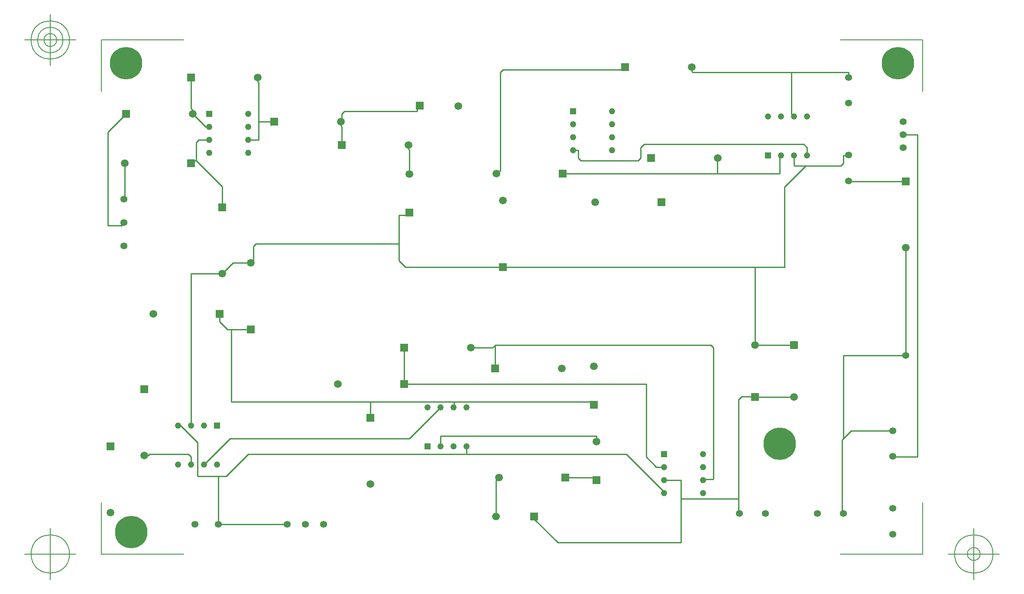
<source format=gbr>
G04 Generated by Ultiboard 11.0 *
%FSLAX25Y25*%
%MOIN*%

%ADD10C,0.01000*%
%ADD11C,0.00500*%
%ADD12C,0.25000*%
%ADD13R,0.05906X0.05906*%
%ADD14C,0.05906*%
%ADD15C,0.05337*%
%ADD16R,0.04900X0.04900*%
%ADD17C,0.04900*%


G04 ColorRGB 00FF00 for the following layer *
%LNCopper Top*%
%LPD*%
%FSLAX25Y25*%
%MOIN*%
G54D10*
X354000Y292000D02*
X521000Y292000D01*
X530000Y370000D02*
X454000Y370000D01*
X233000Y220000D02*
X524507Y220000D01*
X502000Y160000D02*
X532000Y160000D01*
X499200Y120000D02*
X532000Y120000D01*
X539550Y314450D02*
X416450Y314450D01*
X112000Y76000D02*
X403000Y76000D01*
X98850Y116150D02*
X269807Y116150D01*
X260000Y112000D02*
X236000Y88000D01*
X418007Y130000D02*
X232000Y130000D01*
X4000Y324000D02*
X4000Y252000D01*
X4000Y252000D02*
X15000Y252000D01*
X14000Y252000D02*
X16000Y254000D01*
X227950Y236750D02*
X227950Y259707D01*
X88937Y22000D02*
X143000Y22000D01*
X118000Y238000D02*
X228000Y238000D01*
X98000Y88000D02*
X236000Y88000D01*
X98850Y116150D02*
X98850Y171850D01*
X68000Y98000D02*
X68000Y215000D01*
X73000Y85000D02*
X60000Y98000D01*
X66000Y76000D02*
X36000Y76000D01*
X34819Y74819D02*
X32000Y74819D01*
X36000Y76000D02*
X34819Y74819D01*
X60000Y98000D02*
X58000Y98000D01*
X73000Y59000D02*
X73000Y85000D01*
X112000Y76000D02*
X95000Y59000D01*
X95000Y59000D02*
X73000Y59000D01*
X88937Y22000D02*
X88937Y58937D01*
X98000Y88000D02*
X78000Y68000D01*
X68000Y68000D02*
X68000Y74000D01*
X68000Y74000D02*
X66000Y76000D01*
X96000Y172000D02*
X90050Y177950D01*
X90000Y182000D02*
X90000Y184000D01*
X90050Y177950D02*
X90050Y182000D01*
X98850Y172000D02*
X114000Y172000D01*
X98850Y172000D02*
X98000Y172000D01*
X98000Y172000D02*
X96000Y172000D01*
X100362Y223181D02*
X92000Y214819D01*
X68000Y215000D02*
X91819Y215000D01*
X91819Y215000D02*
X92000Y214819D01*
X100362Y223181D02*
X114000Y223181D01*
X116000Y225181D02*
X116000Y236000D01*
X116000Y236000D02*
X118000Y238000D01*
X114000Y223181D02*
X116000Y225181D01*
X206000Y116150D02*
X206000Y104000D01*
X232000Y158000D02*
X232000Y130000D01*
X228000Y225000D02*
X233000Y220000D01*
X228000Y225000D02*
X228000Y238000D01*
X120000Y332000D02*
X132000Y332000D01*
X16819Y300000D02*
X16819Y271819D01*
X16819Y271819D02*
X16181Y271819D01*
X18000Y338000D02*
X4000Y324000D01*
X74000Y318000D02*
X72000Y316000D01*
X72000Y316000D02*
X72000Y302000D01*
X92000Y267000D02*
X93000Y266000D01*
X72000Y302000D02*
X92000Y282000D01*
X92000Y282000D02*
X92000Y267000D01*
X68000Y302000D02*
X68000Y300000D01*
X72000Y302000D02*
X68000Y302000D01*
X68000Y366000D02*
X68000Y342000D01*
X82000Y318000D02*
X74000Y318000D01*
X69181Y338000D02*
X79181Y328000D01*
X79181Y328000D02*
X82000Y328000D01*
X68000Y342000D02*
X69181Y340819D01*
X69181Y340819D02*
X69181Y338000D01*
X120000Y318000D02*
X120000Y362000D01*
X120000Y318000D02*
X112000Y318000D01*
X120000Y362000D02*
X119181Y362819D01*
X119181Y362819D02*
X119181Y366000D01*
X186000Y340000D02*
X242000Y340000D01*
X184000Y328000D02*
X184000Y314000D01*
X184000Y332000D02*
X184000Y338000D01*
X183181Y332000D02*
X183181Y328819D01*
X183181Y328819D02*
X184000Y328000D01*
X184000Y338000D02*
X186000Y340000D01*
X235181Y314000D02*
X235181Y310819D01*
X235803Y260000D02*
X235803Y262000D01*
X228243Y260000D02*
X235803Y260000D01*
X227950Y259707D02*
X228243Y260000D01*
X235181Y310819D02*
X236000Y310000D01*
X236000Y310000D02*
X236000Y291528D01*
X242000Y340000D02*
X242000Y344197D01*
X242000Y344197D02*
X244000Y344197D01*
X375653Y116150D02*
X377803Y114000D01*
X302000Y160000D02*
X468000Y160000D01*
X380000Y90000D02*
X260243Y90000D01*
X379803Y58000D02*
X356000Y58000D01*
X350103Y7800D02*
X445000Y7800D01*
X270150Y116150D02*
X375653Y116150D01*
X302472Y55654D02*
X302472Y28000D01*
X304819Y58000D02*
X302472Y55654D01*
X259950Y82050D02*
X260000Y82000D01*
X260243Y90000D02*
X259950Y89707D01*
X259950Y89707D02*
X259950Y82050D01*
X280000Y82000D02*
X280000Y76000D01*
X270150Y116150D02*
X270000Y116000D01*
X270100Y115857D02*
X269807Y116150D01*
X270100Y112100D02*
X270000Y112000D01*
X270100Y115857D02*
X270100Y112100D01*
X350103Y7800D02*
X332000Y25903D01*
X332000Y25903D02*
X332000Y27803D01*
X300000Y158000D02*
X283181Y158000D01*
X302000Y142000D02*
X302000Y160000D01*
X301600Y159200D02*
X300000Y158000D01*
X301600Y159200D02*
X302000Y159200D01*
X470000Y158000D02*
X470000Y56693D01*
X418300Y73700D02*
X418300Y129707D01*
X432000Y56000D02*
X445000Y56000D01*
X403000Y76000D02*
X432000Y47000D01*
X379803Y56000D02*
X379803Y58000D01*
X432000Y47000D02*
X432000Y46000D01*
X380000Y85528D02*
X380000Y90000D01*
X432000Y66000D02*
X426000Y66000D01*
X426000Y66000D02*
X418300Y73700D01*
X489150Y41943D02*
X489150Y117707D01*
X445000Y41650D02*
X488857Y41650D01*
X445000Y56000D02*
X445000Y28250D01*
X445000Y28250D02*
X445000Y7700D01*
X470000Y56693D02*
X469707Y56400D01*
X469707Y56400D02*
X462293Y56400D01*
X489104Y41896D02*
X489104Y30967D01*
X489104Y30967D02*
X490028Y30043D01*
X489150Y41943D02*
X488857Y41650D01*
X489150Y117707D02*
X491643Y120200D01*
X491643Y120200D02*
X499800Y120200D01*
X499200Y120000D02*
X499000Y120200D01*
X418300Y129707D02*
X418007Y130000D01*
X502000Y220000D02*
X502000Y160000D01*
X468000Y160000D02*
X470000Y158000D01*
X412000Y302000D02*
X368000Y302000D01*
X402000Y372000D02*
X308000Y372000D01*
X306000Y370000D02*
X306000Y294000D01*
X306000Y294000D02*
X304819Y294000D01*
X304819Y294000D02*
X302819Y292000D01*
X308000Y372000D02*
X306000Y370000D01*
X366000Y310000D02*
X362000Y310000D01*
X368000Y302000D02*
X366000Y304000D01*
X366000Y304000D02*
X366000Y310000D01*
X416450Y314450D02*
X414000Y312000D01*
X414000Y312000D02*
X414000Y304000D01*
X414000Y304000D02*
X412000Y302000D01*
X402000Y374000D02*
X402000Y372000D01*
X473000Y292000D02*
X473000Y303819D01*
X473000Y303819D02*
X473181Y304000D01*
X454000Y370000D02*
X453181Y370819D01*
X453181Y370819D02*
X453181Y374000D01*
X524650Y220200D02*
X524650Y281350D01*
X627000Y322000D02*
X627000Y74000D01*
X570000Y151707D02*
X570000Y88000D01*
X531800Y120200D02*
X532000Y120000D01*
X569000Y87000D02*
X569000Y31014D01*
X569000Y31014D02*
X570003Y30011D01*
X607989Y94003D02*
X576003Y94003D01*
X576003Y94003D02*
X569000Y87000D01*
X627000Y74000D02*
X608000Y74000D01*
X524800Y219707D02*
X524507Y220000D01*
X618000Y152000D02*
X618000Y234819D01*
X618000Y152000D02*
X570000Y152000D01*
X573989Y370000D02*
X530000Y370000D01*
X568000Y298000D02*
X570000Y300000D01*
X532243Y298000D02*
X568000Y298000D01*
X542000Y312000D02*
X539550Y314450D01*
X524650Y281350D02*
X541050Y297750D01*
X521000Y292000D02*
X521000Y305000D01*
X521000Y305000D02*
X522000Y306000D01*
X531950Y298293D02*
X532243Y298000D01*
X531950Y298293D02*
X531950Y305950D01*
X531950Y305950D02*
X532000Y306000D01*
X542000Y306000D02*
X542000Y312000D01*
X530000Y370000D02*
X530000Y338000D01*
X530000Y369000D02*
X530000Y370000D01*
X618000Y286000D02*
X573957Y286000D01*
X570000Y300000D02*
X570000Y306000D01*
X573957Y286000D02*
X573957Y286028D01*
X573958Y306000D02*
X573958Y306020D01*
X570000Y306000D02*
X573958Y306000D01*
X573989Y366003D02*
X574000Y366003D01*
X574000Y366003D02*
X573989Y370000D01*
X616000Y322000D02*
X627000Y322000D01*
G54D11*
X-1000Y-1000D02*
X-1000Y38570D01*
X-1000Y-1000D02*
X62192Y-1000D01*
X630921Y-1000D02*
X567729Y-1000D01*
X630921Y-1000D02*
X630921Y38570D01*
X630921Y394701D02*
X630921Y355131D01*
X630921Y394701D02*
X567729Y394701D01*
X-1000Y394701D02*
X62192Y394701D01*
X-1000Y394701D02*
X-1000Y355131D01*
X-20685Y-1000D02*
X-60055Y-1000D01*
X-40370Y-20685D02*
X-40370Y18685D01*
X-55134Y-1000D02*
G75*
D01*
G02X-55134Y-1000I14764J0*
G01*
X650606Y-1000D02*
X689976Y-1000D01*
X670291Y-20685D02*
X670291Y18685D01*
X655528Y-1000D02*
G75*
D01*
G02X655528Y-1000I14764J0*
G01*
X665370Y-1000D02*
G75*
D01*
G02X665370Y-1000I4921J0*
G01*
X-20685Y394701D02*
X-60055Y394701D01*
X-40370Y375016D02*
X-40370Y414386D01*
X-55134Y394701D02*
G75*
D01*
G02X-55134Y394701I14764J0*
G01*
X-50213Y394701D02*
G75*
D01*
G02X-50213Y394701I9843J0*
G01*
X-45291Y394701D02*
G75*
D01*
G02X-45291Y394701I4921J0*
G01*
G54D12*
X22000Y16000D03*
X18000Y377000D03*
X521000Y84000D03*
X612000Y377000D03*
G54D13*
X502000Y120000D03*
X244000Y344197D03*
X235803Y262000D03*
X232000Y158000D03*
X92000Y266000D03*
X114000Y172000D03*
X32000Y126000D03*
X6000Y82000D03*
X90000Y184000D03*
X232000Y130000D03*
X206000Y104000D03*
X68000Y366000D03*
X18000Y338000D03*
X68000Y300000D03*
X184000Y314000D03*
X132000Y332000D03*
X308000Y220000D03*
X377803Y114000D03*
X379803Y56000D03*
X356000Y58000D03*
X332000Y27803D03*
X302000Y142000D03*
X430000Y270000D03*
X354000Y292000D03*
X402000Y374000D03*
X422000Y304000D03*
X618000Y286000D03*
X532000Y160000D03*
G54D14*
X502000Y160000D03*
X273528Y344000D03*
X236000Y291528D03*
X283181Y158000D03*
X92000Y214819D03*
X114000Y223181D03*
X32000Y74819D03*
X6000Y30819D03*
X38819Y184000D03*
X180819Y130000D03*
X206000Y52819D03*
X119181Y366000D03*
X69181Y338000D03*
X16819Y300000D03*
X235181Y314000D03*
X183181Y332000D03*
X308000Y271181D03*
X378000Y143528D03*
X380000Y85528D03*
X304819Y58000D03*
X302472Y28000D03*
X353181Y142000D03*
X378819Y270000D03*
X302819Y292000D03*
X453181Y374000D03*
X473181Y304000D03*
X618000Y234819D03*
X532000Y120000D03*
G54D15*
X490028Y30043D03*
X570003Y30011D03*
X510020Y30042D03*
X550020Y30017D03*
X16331Y254142D03*
X16331Y236268D03*
X16331Y272016D03*
X156000Y22000D03*
X142063Y22000D03*
X169937Y22000D03*
X71063Y22000D03*
X88937Y22000D03*
X618000Y152000D03*
X607958Y34020D03*
X607957Y14028D03*
X607989Y94003D03*
X607983Y74020D03*
X573957Y286028D03*
X573958Y306020D03*
X573983Y346020D03*
X573989Y366003D03*
X616000Y312000D03*
X616000Y332000D03*
X616000Y322000D03*
G54D16*
X250000Y82000D03*
X88000Y98000D03*
X82000Y338000D03*
X432000Y76000D03*
X362000Y340000D03*
X512000Y306000D03*
G54D17*
X250000Y112000D03*
X280000Y82000D03*
X280000Y112000D03*
X270000Y82000D03*
X260000Y82000D03*
X270000Y112000D03*
X260000Y112000D03*
X58000Y98000D03*
X58000Y68000D03*
X68000Y98000D03*
X78000Y98000D03*
X78000Y68000D03*
X68000Y68000D03*
X88000Y68000D03*
X82000Y318000D03*
X112000Y318000D03*
X82000Y308000D03*
X112000Y308000D03*
X82000Y328000D03*
X112000Y338000D03*
X112000Y328000D03*
X432000Y66000D03*
X432000Y46000D03*
X432000Y56000D03*
X462000Y66000D03*
X462000Y46000D03*
X462000Y56000D03*
X462000Y76000D03*
X362000Y310000D03*
X362000Y330000D03*
X362000Y320000D03*
X392000Y310000D03*
X392000Y330000D03*
X392000Y320000D03*
X392000Y340000D03*
X532000Y306000D03*
X522000Y306000D03*
X542000Y306000D03*
X532000Y336000D03*
X522000Y336000D03*
X512000Y336000D03*
X542000Y336000D03*

M00*

</source>
